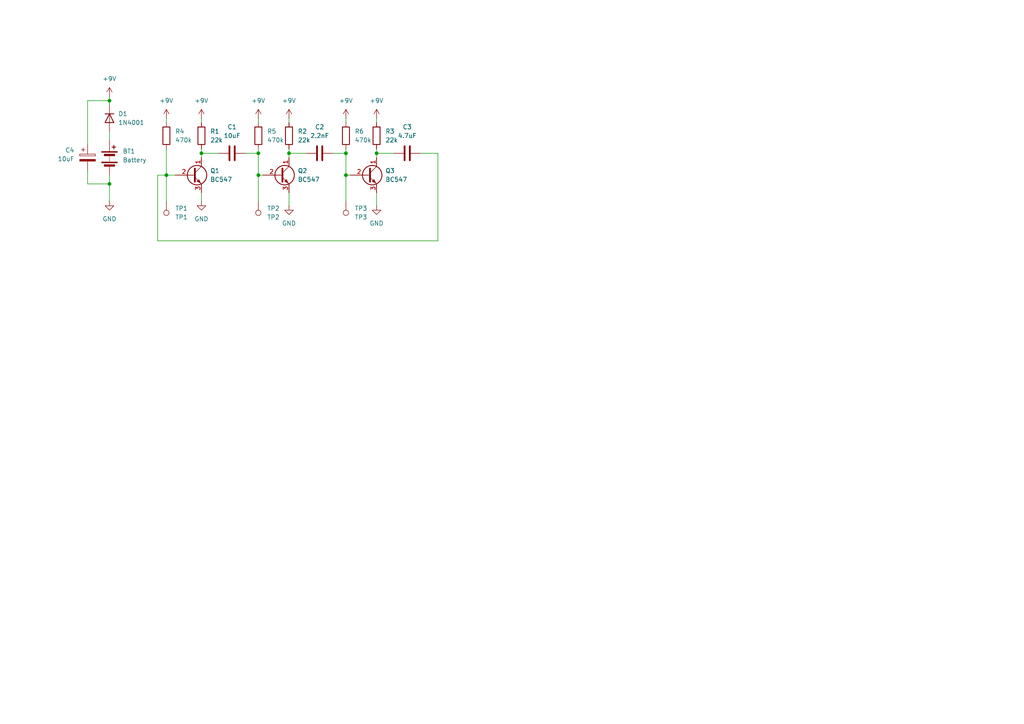
<source format=kicad_sch>
(kicad_sch (version 20231120) (generator "eeschema") (generator_version "8.0")
  (paper "A4")
  (lib_symbols
    (symbol "Connector:TestPoint" (pin_numbers hide) (pin_names (offset 0.762) hide)
      (property "Reference" "TP" (at 0 6.858 0))
      (property "Value" "TestPoint" (at 0 5.08 0))
      (symbol "TestPoint_0_1"
        (circle (center 0 3.302) (radius 0.762))
      )
      (symbol "TestPoint_1_1"
        (pin passive line (at 0 0 90) (length 2.54) (name "1") (number "1"))
      )
    )
    (symbol "Device:Battery" (pin_numbers hide) (pin_names (offset 0) hide)
      (property "Reference" "BT" (at 2.54 2.54 0))
      (property "Value" "Battery" (at 2.54 0 0))
      (symbol "Battery_0_1"
        (rectangle (start -2.286 -1.27) (end 2.286 -1.524) (fill (type outline)))
        (rectangle (start -2.286 1.778) (end 2.286 1.524) (fill (type outline)))
        (rectangle (start -1.524 -2.032) (end 1.524 -2.54) (fill (type outline)))
        (rectangle (start -1.524 1.016) (end 1.524 0.508) (fill (type outline)))
        (polyline (pts (xy 0 -1.016) (xy 0 -0.762)))
        (polyline (pts (xy 0 -0.508) (xy 0 -0.254)))
        (polyline (pts (xy 0 0) (xy 0 0.254)))
        (polyline (pts (xy 0 1.778) (xy 0 2.54)))
        (polyline (pts (xy 0.762 3.048) (xy 1.778 3.048)) (stroke (width 0.254)))
        (polyline (pts (xy 1.27 3.556) (xy 1.27 2.54)) (stroke (width 0.254)))
      )
      (symbol "Battery_1_1"
        (pin passive line (at 0 5.08 270) (length 2.54) (name "+") (number "1"))
        (pin passive line (at 0 -5.08 90) (length 2.54) (name "-") (number "2"))
      )
    )
    (symbol "Device:C" (pin_numbers hide) (pin_names (offset 0.254))
      (property "Reference" "C" (at 0.635 2.54 0))
      (property "Value" "C" (at 0.635 -2.54 0))
      (symbol "C_0_1"
        (polyline (pts (xy -2.032 -0.762) (xy 2.032 -0.762)) (stroke (width 0.508)))
        (polyline (pts (xy -2.032 0.762) (xy 2.032 0.762)) (stroke (width 0.508)))
      )
      (symbol "C_1_1"
        (pin passive line (at 0 3.81 270) (length 2.794) (name "~") (number "1"))
        (pin passive line (at 0 -3.81 90) (length 2.794) (name "~") (number "2"))
      )
    )
    (symbol "Device:C_Polarized" (pin_numbers hide) (pin_names (offset 0.254))
      (property "Reference" "C" (at 0.635 2.54 0))
      (property "Value" "C_Polarized" (at 0.635 -2.54 0))
      (symbol "C_Polarized_0_1"
        (rectangle (start -2.286 0.508) (end 2.286 1.016))
        (polyline (pts (xy -1.778 2.286) (xy -0.762 2.286)))
        (polyline (pts (xy -1.27 2.794) (xy -1.27 1.778)))
        (rectangle (start 2.286 -0.508) (end -2.286 -1.016) (fill (type outline)))
      )
      (symbol "C_Polarized_1_1"
        (pin passive line (at 0 3.81 270) (length 2.794) (name "~") (number "1"))
        (pin passive line (at 0 -3.81 90) (length 2.794) (name "~") (number "2"))
      )
    )
    (symbol "Device:R" (pin_numbers hide) (pin_names (offset 0))
      (property "Reference" "R" (at 2.032 0 90))
      (property "Value" "R" (at 0 0 90))
      (symbol "R_0_1"
        (rectangle (start -1.016 -2.54) (end 1.016 2.54) (stroke (width 0.254)))
      )
      (symbol "R_1_1"
        (pin passive line (at 0 3.81 270) (length 1.27) (name "~") (number "1"))
        (pin passive line (at 0 -3.81 90) (length 1.27) (name "~") (number "2"))
      )
    )
    (symbol "Diode:1N4001" (pin_numbers hide) (pin_names hide)
      (property "Reference" "D" (at 0 2.54 0))
      (property "Value" "1N4001" (at 0 -2.54 0))
      (symbol "1N4001_0_1"
        (polyline (pts (xy -1.27 1.27) (xy -1.27 -1.27)) (stroke (width 0.254)))
        (polyline (pts (xy 1.27 0) (xy -1.27 0)))
        (polyline (pts (xy 1.27 1.27) (xy 1.27 -1.27) (xy -1.27 0) (xy 1.27 1.27)) (stroke (width 0.254)))
      )
      (symbol "1N4001_1_1"
        (pin passive line (at -3.81 0 0) (length 2.54) (name "K") (number "1"))
        (pin passive line (at 3.81 0 180) (length 2.54) (name "A") (number "2"))
      )
    )
    (symbol "Transistor_BJT:BC547" (pin_names (offset 0) hide)
      (property "Reference" "Q" (at 5.08 1.905 0))
      (property "Value" "BC547" (at 5.08 0 0))
      (symbol "BC547_0_1"
        (polyline (pts (xy 0 0) (xy 0.635 0)))
        (polyline (pts (xy 0.635 0.635) (xy 2.54 2.54)))
        (polyline (pts (xy 0.635 -0.635) (xy 2.54 -2.54) (xy 2.54 -2.54)))
        (polyline (pts (xy 0.635 1.905) (xy 0.635 -1.905) (xy 0.635 -1.905)) (stroke (width 0.508)))
        (polyline (pts (xy 1.27 -1.778) (xy 1.778 -1.27) (xy 2.286 -2.286) (xy 1.27 -1.778) (xy 1.27 -1.778)) (fill (type outline)))
        (circle (center 1.27 0) (radius 2.8194) (stroke (width 0.254)))
      )
      (symbol "BC547_1_1"
        (pin passive line (at 2.54 5.08 270) (length 2.54) (name "C") (number "1"))
        (pin input line (at -5.08 0 0) (length 5.08) (name "B") (number "2"))
        (pin passive line (at 2.54 -5.08 90) (length 2.54) (name "E") (number "3"))
      )
    )
    (symbol "power:+9V" (power) (pin_numbers hide) (pin_names (offset 0) hide)
      (property "Value" "+9V" (at 0 3.556 0))
      (symbol "+9V_0_1"
        (polyline (pts (xy -0.762 1.27) (xy 0 2.54)))
        (polyline (pts (xy 0 0) (xy 0 2.54)))
        (polyline (pts (xy 0 2.54) (xy 0.762 1.27)))
      )
      (symbol "+9V_1_1"
        (pin power_in line (at 0 0 90) (length 0) (name "~") (number "1"))
      )
    )
    (symbol "power:GND" (power) (pin_numbers hide) (pin_names (offset 0) hide)
      (property "Value" "GND" (at 0 -3.81 0))
      (symbol "GND_0_1"
        (polyline (pts (xy 0 0) (xy 0 -1.27) (xy 1.27 -1.27) (xy 0 -2.54) (xy -1.27 -1.27) (xy 0 -1.27)))
      )
      (symbol "GND_1_1"
        (pin power_in line (at 0 0 270) (length 0) (name "~") (number "1"))
      )
    )
  )
  (junction (at 109.22 44.45))
  (junction (at 48.26 50.8))
  (junction (at 31.75 53.34))
  (junction (at 31.75 29.21))
  (junction (at 100.33 44.45))
  (junction (at 58.42 44.45))
  (junction (at 83.82 44.45))
  (junction (at 74.93 50.8))
  (junction (at 100.33 50.8))
  (junction (at 74.93 44.45))
  (wire (pts (xy 74.93 43.18) (xy 74.93 44.45)))
  (wire (pts (xy 31.75 53.34) (xy 31.75 58.42)))
  (wire (pts (xy 74.93 44.45) (xy 74.93 50.8)))
  (wire (pts (xy 100.33 50.8) (xy 101.6 50.8)))
  (wire (pts (xy 109.22 55.88) (xy 109.22 59.69)))
  (wire (pts (xy 25.4 29.21) (xy 25.4 41.91)))
  (wire (pts (xy 58.42 43.18) (xy 58.42 44.45)))
  (wire (pts (xy 48.26 50.8) (xy 50.8 50.8)))
  (wire (pts (xy 74.93 50.8) (xy 74.93 58.42)))
  (wire (pts (xy 83.82 44.45) (xy 83.82 45.72)))
  (wire (pts (xy 31.75 38.1) (xy 31.75 40.64)))
  (wire (pts (xy 45.72 69.85) (xy 45.72 50.8)))
  (wire (pts (xy 58.42 44.45) (xy 63.5 44.45)))
  (wire (pts (xy 83.82 55.88) (xy 83.82 59.69)))
  (wire (pts (xy 31.75 29.21) (xy 25.4 29.21)))
  (wire (pts (xy 100.33 50.8) (xy 100.33 58.42)))
  (wire (pts (xy 109.22 34.29) (xy 109.22 35.56)))
  (wire (pts (xy 109.22 44.45) (xy 114.3 44.45)))
  (wire (pts (xy 58.42 55.88) (xy 58.42 58.42)))
  (wire (pts (xy 71.12 44.45) (xy 74.93 44.45)))
  (wire (pts (xy 48.26 43.18) (xy 48.26 50.8)))
  (wire (pts (xy 96.52 44.45) (xy 100.33 44.45)))
  (wire (pts (xy 45.72 50.8) (xy 48.26 50.8)))
  (wire (pts (xy 74.93 34.29) (xy 74.93 35.56)))
  (wire (pts (xy 74.93 50.8) (xy 76.2 50.8)))
  (wire (pts (xy 58.42 34.29) (xy 58.42 35.56)))
  (wire (pts (xy 127 69.85) (xy 45.72 69.85)))
  (wire (pts (xy 109.22 44.45) (xy 109.22 45.72)))
  (wire (pts (xy 83.82 44.45) (xy 88.9 44.45)))
  (wire (pts (xy 25.4 49.53) (xy 25.4 53.34)))
  (wire (pts (xy 100.33 44.45) (xy 100.33 50.8)))
  (wire (pts (xy 83.82 34.29) (xy 83.82 35.56)))
  (wire (pts (xy 48.26 34.29) (xy 48.26 35.56)))
  (wire (pts (xy 121.92 44.45) (xy 127 44.45)))
  (wire (pts (xy 31.75 27.94) (xy 31.75 29.21)))
  (wire (pts (xy 127 44.45) (xy 127 69.85)))
  (wire (pts (xy 48.26 50.8) (xy 48.26 58.42)))
  (wire (pts (xy 100.33 43.18) (xy 100.33 44.45)))
  (wire (pts (xy 109.22 43.18) (xy 109.22 44.45)))
  (wire (pts (xy 31.75 29.21) (xy 31.75 30.48)))
  (wire (pts (xy 100.33 34.29) (xy 100.33 35.56)))
  (wire (pts (xy 31.75 50.8) (xy 31.75 53.34)))
  (wire (pts (xy 83.82 43.18) (xy 83.82 44.45)))
  (wire (pts (xy 25.4 53.34) (xy 31.75 53.34)))
  (wire (pts (xy 58.42 44.45) (xy 58.42 45.72)))
  (symbol (lib_id "power:+9V") (at 48.26 34.29 0) (unit 1)
    (property "Reference" "#PWR07" (effects (hide yes)))
    (property "Value" "+9V" (at 48.26 29.21 0))
    (property "Description" "Power symbol creates a global label with name \"+9V\"" (effects (hide yes)))
  )
  (symbol (lib_id "Device:Battery") (at 31.75 45.72 0) (unit 1)
    (property "Reference" "BT1" (at 35.56 43.8784 0) (effects (justify left)))
    (property "Value" "Battery" (at 35.56 46.4184 0) (effects (justify left)))
    (property "Footprint" "diy-nabra:wobelisk" (effects (hide yes)))
    (property "Description" "Multiple-cell battery" (effects (hide yes)))
  )
  (symbol (lib_id "Device:R") (at 48.26 39.37 0) (unit 1)
    (property "Reference" "R4" (at 50.8 38.0999 0) (effects (justify left)))
    (property "Value" "470k" (at 50.8 40.6399 0) (effects (justify left)))
    (property "Footprint" "diy-nabra:r3" (effects (hide yes)))
    (property "Description" "Resistor" (effects (hide yes)))
  )
  (symbol (lib_id "power:GND") (at 83.82 59.69 0) (unit 1)
    (property "Reference" "#PWR02" (effects (hide yes)))
    (property "Value" "GND" (at 83.82 64.77 0))
    (property "Description" "Power symbol creates a global label with name \"GND\" , ground" (effects (hide yes)))
  )
  (symbol (lib_id "Connector:TestPoint") (at 100.33 58.42 180) (unit 1)
    (property "Reference" "TP3" (at 102.87 60.4519 0) (effects (justify right)))
    (property "Value" "TP3" (at 102.87 62.9919 0) (effects (justify right)))
    (property "Footprint" "diy-nabra:wsqout" (effects (hide yes)))
    (property "Description" "test point" (effects (hide yes)))
  )
  (symbol (lib_id "Device:C") (at 118.11 44.45 90) (unit 1)
    (property "Reference" "C3" (at 118.11 36.83 90))
    (property "Value" "4.7uF" (at 118.11 39.37 90))
    (property "Footprint" "diy-nabra:chairy" (effects (hide yes)))
    (property "Description" "Unpolarized capacitor" (effects (hide yes)))
  )
  (symbol (lib_id "power:+9V") (at 83.82 34.29 0) (unit 1)
    (property "Reference" "#PWR05" (effects (hide yes)))
    (property "Value" "+9V" (at 83.82 29.21 0))
    (property "Description" "Power symbol creates a global label with name \"+9V\"" (effects (hide yes)))
  )
  (symbol (lib_id "power:+9V") (at 74.93 34.29 0) (unit 1)
    (property "Reference" "#PWR08" (effects (hide yes)))
    (property "Value" "+9V" (at 74.93 29.21 0))
    (property "Description" "Power symbol creates a global label with name \"+9V\"" (effects (hide yes)))
  )
  (symbol (lib_id "power:GND") (at 31.75 58.42 0) (unit 1)
    (property "Reference" "#PWR011" (effects (hide yes)))
    (property "Value" "GND" (at 31.75 63.5 0))
    (property "Description" "Power symbol creates a global label with name \"GND\" , ground" (effects (hide yes)))
  )
  (symbol (lib_id "power:GND") (at 58.42 58.42 0) (unit 1)
    (property "Reference" "#PWR01" (effects (hide yes)))
    (property "Value" "GND" (at 58.42 63.5 0))
    (property "Description" "Power symbol creates a global label with name \"GND\" , ground" (effects (hide yes)))
  )
  (symbol (lib_id "Device:R") (at 109.22 39.37 0) (unit 1)
    (property "Reference" "R3" (at 111.76 38.0999 0) (effects (justify left)))
    (property "Value" "22k" (at 111.76 40.6399 0) (effects (justify left)))
    (property "Footprint" "diy-nabra:r3" (effects (hide yes)))
    (property "Description" "Resistor" (effects (hide yes)))
  )
  (symbol (lib_id "Diode:1N4001") (at 31.75 34.29 270) (unit 1)
    (property "Reference" "D1" (at 34.29 33.0199 90) (effects (justify left)))
    (property "Value" "1N4001" (at 34.29 35.5599 90) (effects (justify left)))
    (property "Footprint" "diy-nabra:do3" (effects (hide yes)))
    (property "Datasheet" "http://www.vishay.com/docs/88503/1n4001.pdf" (effects (hide yes)))
    (property "Description" "50V 1A General Purpose Rectifier Diode, DO-41" (effects (hide yes)))
    (property "Sim.Device" "D" (effects (hide yes)))
    (property "Sim.Pins" "1=K 2=A" (effects (hide yes)))
  )
  (symbol (lib_id "Transistor_BJT:BC547") (at 55.88 50.8 0) (unit 1)
    (property "Reference" "Q1" (at 60.96 49.5299 0) (effects (justify left)))
    (property "Value" "BC547" (at 60.96 52.0699 0) (effects (justify left)))
    (property "Footprint" "diy-nabra:qnpn" (effects (hide yes)))
    (property "Datasheet" "https://www.onsemi.com/pub/Collateral/BC550-D.pdf" (effects (hide yes)))
    (property "Description" "0.1A Ic, 45V Vce, Small Signal NPN Transistor, TO-92" (effects (hide yes)))
  )
  (symbol (lib_id "Transistor_BJT:BC547") (at 81.28 50.8 0) (unit 1)
    (property "Reference" "Q2" (at 86.36 49.5299 0) (effects (justify left)))
    (property "Value" "BC547" (at 86.36 52.0699 0) (effects (justify left)))
    (property "Footprint" "diy-nabra:qnpn" (effects (hide yes)))
    (property "Datasheet" "https://www.onsemi.com/pub/Collateral/BC550-D.pdf" (effects (hide yes)))
    (property "Description" "0.1A Ic, 45V Vce, Small Signal NPN Transistor, TO-92" (effects (hide yes)))
  )
  (symbol (lib_id "Device:R") (at 100.33 39.37 0) (unit 1)
    (property "Reference" "R6" (at 102.87 38.0999 0) (effects (justify left)))
    (property "Value" "470k" (at 102.87 40.6399 0) (effects (justify left)))
    (property "Footprint" "diy-nabra:r3" (effects (hide yes)))
    (property "Description" "Resistor" (effects (hide yes)))
  )
  (symbol (lib_id "power:+9V") (at 100.33 34.29 0) (unit 1)
    (property "Reference" "#PWR09" (effects (hide yes)))
    (property "Value" "+9V" (at 100.33 29.21 0))
    (property "Description" "Power symbol creates a global label with name \"+9V\"" (effects (hide yes)))
  )
  (symbol (lib_id "Device:R") (at 74.93 39.37 0) (unit 1)
    (property "Reference" "R5" (at 77.47 38.0999 0) (effects (justify left)))
    (property "Value" "470k" (at 77.47 40.6399 0) (effects (justify left)))
    (property "Footprint" "diy-nabra:r3" (effects (hide yes)))
    (property "Description" "Resistor" (effects (hide yes)))
  )
  (symbol (lib_id "Connector:TestPoint") (at 74.93 58.42 180) (unit 1)
    (property "Reference" "TP2" (at 77.47 60.4519 0) (effects (justify right)))
    (property "Value" "TP2" (at 77.47 62.9919 0) (effects (justify right)))
    (property "Footprint" "diy-nabra:wsqout" (effects (hide yes)))
    (property "Description" "test point" (effects (hide yes)))
  )
  (symbol (lib_id "Transistor_BJT:BC547") (at 106.68 50.8 0) (unit 1)
    (property "Reference" "Q3" (at 111.76 49.5299 0) (effects (justify left)))
    (property "Value" "BC547" (at 111.76 52.0699 0) (effects (justify left)))
    (property "Footprint" "diy-nabra:qnpn" (effects (hide yes)))
    (property "Datasheet" "https://www.onsemi.com/pub/Collateral/BC550-D.pdf" (effects (hide yes)))
    (property "Description" "0.1A Ic, 45V Vce, Small Signal NPN Transistor, TO-92" (effects (hide yes)))
  )
  (symbol (lib_id "Device:C") (at 92.71 44.45 90) (unit 1)
    (property "Reference" "C2" (at 92.71 36.83 90))
    (property "Value" "2.2nF" (at 92.71 39.37 90))
    (property "Footprint" "diy-nabra:chairy" (effects (hide yes)))
    (property "Description" "Unpolarized capacitor" (effects (hide yes)))
  )
  (symbol (lib_id "power:+9V") (at 58.42 34.29 0) (unit 1)
    (property "Reference" "#PWR04" (effects (hide yes)))
    (property "Value" "+9V" (at 58.42 29.21 0))
    (property "Description" "Power symbol creates a global label with name \"+9V\"" (effects (hide yes)))
  )
  (symbol (lib_id "power:GND") (at 109.22 59.69 0) (unit 1)
    (property "Reference" "#PWR03" (effects (hide yes)))
    (property "Value" "GND" (at 109.22 64.77 0))
    (property "Description" "Power symbol creates a global label with name \"GND\" , ground" (effects (hide yes)))
  )
  (symbol (lib_id "Device:R") (at 83.82 39.37 0) (unit 1)
    (property "Reference" "R2" (at 86.36 38.0999 0) (effects (justify left)))
    (property "Value" "22k" (at 86.36 40.6399 0) (effects (justify left)))
    (property "Footprint" "diy-nabra:r3" (effects (hide yes)))
    (property "Description" "Resistor" (effects (hide yes)))
  )
  (symbol (lib_id "power:+9V") (at 109.22 34.29 0) (unit 1)
    (property "Reference" "#PWR06" (effects (hide yes)))
    (property "Value" "+9V" (at 109.22 29.21 0))
    (property "Description" "Power symbol creates a global label with name \"+9V\"" (effects (hide yes)))
  )
  (symbol (lib_id "Device:C") (at 67.31 44.45 90) (unit 1)
    (property "Reference" "C1" (at 67.31 36.83 90))
    (property "Value" "10uF" (at 67.31 39.37 90))
    (property "Footprint" "diy-nabra:chairy" (effects (hide yes)))
    (property "Description" "Unpolarized capacitor" (effects (hide yes)))
  )
  (symbol (lib_id "Connector:TestPoint") (at 48.26 58.42 180) (unit 1)
    (property "Reference" "TP1" (at 50.8 60.4519 0) (effects (justify right)))
    (property "Value" "TP1" (at 50.8 62.9919 0) (effects (justify right)))
    (property "Footprint" "diy-nabra:wsqout" (effects (hide yes)))
    (property "Description" "test point" (effects (hide yes)))
  )
  (symbol (lib_id "Device:R") (at 58.42 39.37 0) (unit 1)
    (property "Reference" "R1" (at 60.96 38.0999 0) (effects (justify left)))
    (property "Value" "22k" (at 60.96 40.6399 0) (effects (justify left)))
    (property "Footprint" "diy-nabra:r3" (effects (hide yes)))
    (property "Description" "Resistor" (effects (hide yes)))
  )
  (symbol (lib_id "Device:C_Polarized") (at 25.4 45.72 0) (unit 1)
    (property "Reference" "C4" (at 21.59 43.5609 0) (effects (justify right)))
    (property "Value" "10uF" (at 21.59 46.1009 0) (effects (justify right)))
    (property "Footprint" "diy-nabra:cel1" (effects (hide yes)))
    (property "Description" "Polarized capacitor" (effects (hide yes)))
  )
  (symbol (lib_id "power:+9V") (at 31.75 27.94 0) (unit 1)
    (property "Reference" "#PWR010" (effects (hide yes)))
    (property "Value" "+9V" (at 31.75 22.86 0))
    (property "Description" "Power symbol creates a global label with name \"+9V\"" (effects (hide yes)))
  )
)
</source>
